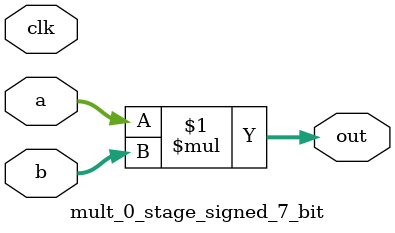
<source format=sv>
(* use_dsp = "yes" *) module mult_0_stage_signed_7_bit(
	input signed [6:0] a,
	input signed [6:0] b,
	output [6:0] out,
	input clk);

	assign out = a * b;
endmodule

</source>
